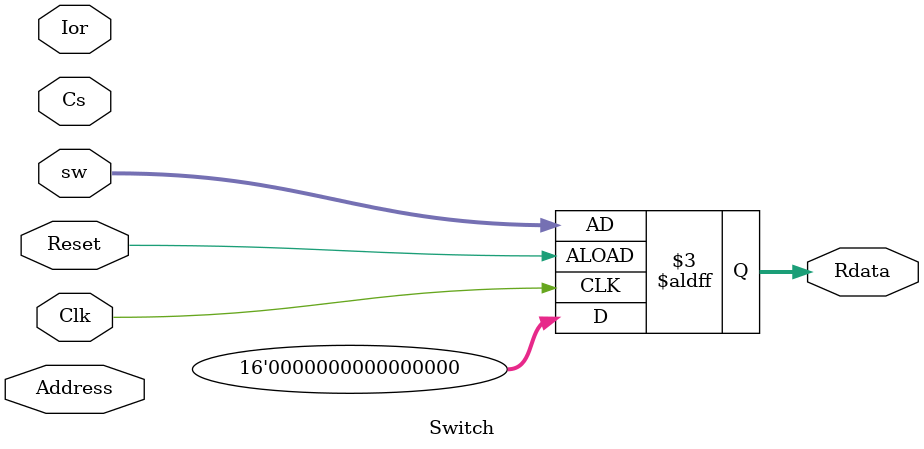
<source format=v>
`timescale 1ns / 1ps

//    assign wb_dat_o = (CS_N| IOR_N) ? 0 : ((wb_adr_i) ? {8'h00,switch_i[23:16]} : switch_i[15:0]);

//endmodule


module Switch(
input Reset,
input [2:0] Address,
input Cs,
input Clk, 
input Ior ,
output reg [15:0] Rdata,
input [15:0] sw
);
always @(posedge Clk or negedge Reset) //Òª¿¼ÂÇÊ±ÖÓ±ßÑØÒòËØ ÎÒÕâÀïÔÝÊ±Ã»ÓÐ¿¼ÂÇ
    begin
        if(Reset==1)
         begin
            Rdata = 0; 
         end
        else 
            Rdata = sw;
     end
endmodule


</source>
